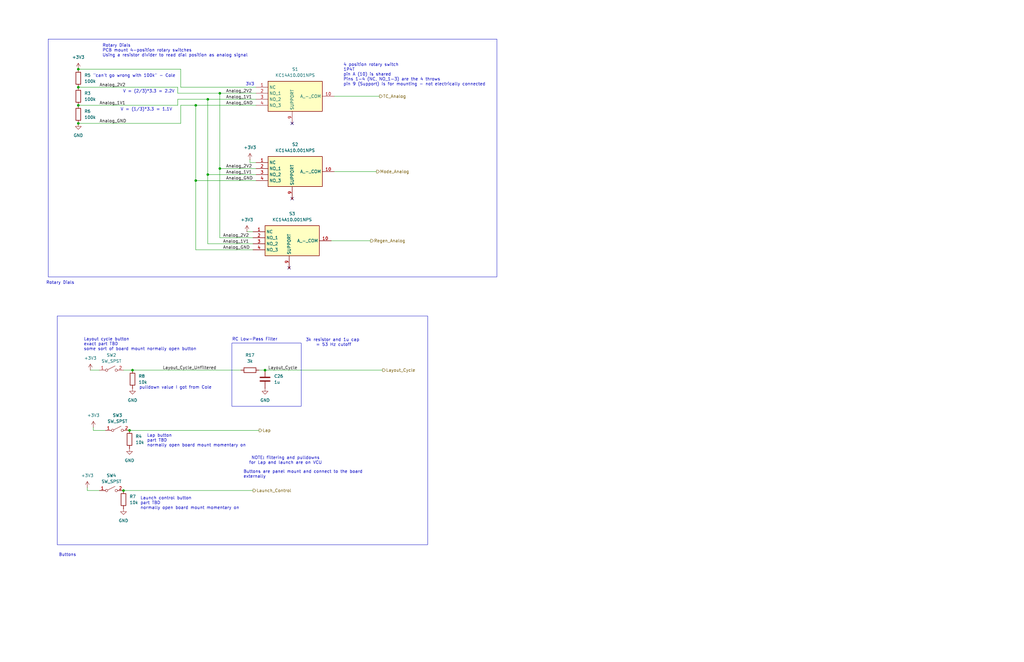
<source format=kicad_sch>
(kicad_sch (version 20250114) (generator "eeschema") (generator_version "9.0")
  (paper "B")
  (title_block (title "Steering Wheel Board") (date "2026-01-23") (rev "1.0") (company "Formula Slug") (comment 1 "Nova Mondal") (comment 2 "Jesse Osteen, Brian Acosta") (comment 6 "Switches/Buttons"))
  (lib_symbols
    (symbol "Device:C" (pin_numbers (hide yes)) (pin_names (offset 0.254))
      (property "Reference" "C" (at 0.635 2.54 0))
      (property "Value" "C" (at 0.635 -2.54 0))
      (symbol "C_0_1"
        (polyline (pts (xy -2.032 0.762) (xy 2.032 0.762)) (stroke (width 0.508)))
        (polyline (pts (xy -2.032 -0.762) (xy 2.032 -0.762)) (stroke (width 0.508)))
      )
      (symbol "C_1_1"
        (pin passive line (at 0 3.81 270) (length 2.794) (name "~") (number "1"))
        (pin passive line (at 0 -3.81 90) (length 2.794) (name "~") (number "2"))
      )
    )
    (symbol "Device:R" (pin_numbers (hide yes)) (pin_names (offset 0))
      (property "Reference" "R" (at 2.032 0 90))
      (property "Value" "R" (at 0 0 90))
      (symbol "R_0_1"
        (rectangle (start -1.016 -2.54) (end 1.016 2.54) (stroke (width 0.254)))
      )
      (symbol "R_1_1"
        (pin passive line (at 0 3.81 270) (length 1.27) (name "~") (number "1"))
        (pin passive line (at 0 -3.81 90) (length 1.27) (name "~") (number "2"))
      )
    )
    (symbol "FS_4_Global_Schematics_Library:KC14A10.001NPS"
      (property "Reference" "S" (at 2.032 5.842 0))
      (property "Value" "KC14A10.001NPS" (at 2.032 3.302 0))
      (symbol "KC14A10.001NPS_1_1"
        (rectangle (start 0 0) (end 22.86 -12.7) (stroke (width 0.254)) (fill (type background)))
        (pin passive line (at -5.08 -2.54 0) (length 5.08) (name "NC") (number "1"))
        (pin passive line (at -5.08 -5.08 0) (length 5.08) (name "NO_1") (number "2"))
        (pin passive line (at -5.08 -7.62 0) (length 5.08) (name "NO_2") (number "3"))
        (pin passive line (at -5.08 -10.16 0) (length 5.08) (name "NO_3") (number "4"))
        (pin no_connect line (at 10.16 -17.78 90) (length 5.08) (name "SUPPORT") (number "9"))
        (pin passive line (at 27.94 -6.35 180) (length 5.08) (name "A_-_COM") (number "10"))
      )
    )
    (symbol "Switch:SW_SPST" (pin_names (offset 0) (hide yes))
      (property "Reference" "SW" (at 0 3.175 0))
      (property "Value" "SW_SPST" (at 0 -2.54 0))
      (symbol "SW_SPST_0_0"
        (circle (center -2.032 0) (radius 0.508))
        (polyline (pts (xy -1.524 0.254) (xy 1.524 1.778)))
        (circle (center 2.032 0) (radius 0.508))
      )
      (symbol "SW_SPST_1_1"
        (pin passive line (at -5.08 0 0) (length 2.54) (name "A") (number "1"))
        (pin passive line (at 5.08 0 180) (length 2.54) (name "B") (number "2"))
      )
    )
    (symbol "power:+3V3" (power) (pin_numbers (hide yes)) (pin_names (offset 0) (hide yes))
      (property "Value" "+3V3" (at 0 3.556 0))
      (symbol "+3V3_0_1"
        (polyline (pts (xy -0.762 1.27) (xy 0 2.54)))
        (polyline (pts (xy 0 2.54) (xy 0.762 1.27)))
        (polyline (pts (xy 0 0) (xy 0 2.54)))
      )
      (symbol "+3V3_1_1"
        (pin power_in line (at 0 0 90) (length 0) (name "~") (number "1"))
      )
    )
    (symbol "power:GND" (power) (pin_numbers (hide yes)) (pin_names (offset 0) (hide yes))
      (property "Value" "GND" (at 0 -3.81 0))
      (symbol "GND_0_1"
        (polyline (pts (xy 0 0) (xy 0 -1.27) (xy 1.27 -1.27) (xy 0 -2.54) (xy -1.27 -1.27) (xy 0 -1.27)))
      )
      (symbol "GND_1_1"
        (pin power_in line (at 0 0 270) (length 0) (name "~") (number "1"))
      )
    )
  )
  (rectangle (start 97.79 144.78) (end 127 171.45))
  (rectangle (start 20.32 16.51) (end 209.55 116.84))
  (rectangle (start 24.13 133.35) (end 180.34 229.87))
  (text "Buttons are panel mount and connect to the board\nexternally" (at 102.616 200.152 0) (effects (font (size 1.27 1.27)) (justify left)))
  (text "V = (2/3)*3.3 = 2.2V" (at 62.738 38.608 0) (effects (font (size 1.27 1.27))))
  (text "Layout cycle button \nexact part TBD\nsome sort of board mount normally open button" (at 35.306 145.288 0) (effects (font (size 1.27 1.27)) (justify left)))
  (text "RC Low-Pass Filter\n" (at 107.442 143.256 0) (effects (font (size 1.27 1.27))))
  (text "NOTE: filtering and pulldowns\nfor Lap and launch are on VCU" (at 120.396 194.31 0) (effects (font (size 1.27 1.27))))
  (text "4 position rotary switch\n1P4T\npin A (10) is shared\nPins 1-4 (NC, NO_1-3) are the 4 throws\npin 9 (Support) is for mounting - not electrically connected\n" (at 144.78 31.496 0) (effects (font (size 1.27 1.27)) (justify left)))
  (text "Buttons\n" (at 28.448 234.188 0) (effects (font (size 1.27 1.27))))
  (text "3k resistor and 1u cap \n= 53 Hz cutoff" (at 140.716 144.526 0) (effects (font (size 1.27 1.27))))
  (text "Rotary Dials\nPCB mount 4-position rotary switches\nUsing a resistor divider to read dial position as analog signal" (at 43.18 21.336 0) (effects (font (size 1.27 1.27)) (justify left)))
  (text "Rotary Dials\n" (at 25.4 119.38 0) (effects (font (size 1.27 1.27))))
  (text "Lap button\npart TBD\nnormally open board mount momentary on" (at 61.976 185.928 0) (effects (font (size 1.27 1.27)) (justify left)))
  (text "Launch control button\npart TBD\nnormally open board mount momentary on" (at 59.182 212.344 0) (effects (font (size 1.27 1.27)) (justify left)))
  (text "V = (1/3)*3.3 = 1.1V" (at 61.722 46.228 0) (effects (font (size 1.27 1.27))))
  (text "\"can't go wrong with 100k\" - Cole" (at 56.642 32.004 0) (effects (font (size 1.27 1.27))))
  (text "3V3" (at 105.41 35.56 0) (effects (font (size 1.27 1.27))))
  (text "pulldown value I got from Cole\n" (at 58.674 163.576 0) (effects (font (size 1.27 1.27)) (justify left)))
  (junction (at 52.07 207.01))
  (junction (at 33.02 36.83))
  (junction (at 55.88 156.21))
  (junction (at 33.02 52.07))
  (junction (at 87.63 41.91))
  (junction (at 111.76 156.21))
  (junction (at 87.63 73.66))
  (junction (at 82.55 44.45))
  (junction (at 54.61 181.61))
  (junction (at 33.02 29.21))
  (junction (at 33.02 44.45))
  (junction (at 92.71 39.37))
  (junction (at 92.71 71.12))
  (junction (at 82.55 76.2))
  (no_connect (at 121.92 113.03))
  (no_connect (at 123.19 83.82))
  (no_connect (at 123.19 52.07))
  (wire (pts (xy 76.2 29.21) (xy 33.02 29.21)))
  (wire (pts (xy 92.71 71.12) (xy 107.95 71.12)))
  (wire (pts (xy 105.41 67.31) (xy 105.41 68.58)))
  (wire (pts (xy 36.83 205.74) (xy 36.83 207.01)))
  (wire (pts (xy 92.71 39.37) (xy 107.95 39.37)))
  (wire (pts (xy 39.37 181.61) (xy 44.45 181.61)))
  (wire (pts (xy 87.63 41.91) (xy 107.95 41.91)))
  (wire (pts (xy 82.55 105.41) (xy 106.68 105.41)))
  (wire (pts (xy 76.2 36.83) (xy 107.95 36.83)))
  (wire (pts (xy 92.71 71.12) (xy 92.71 39.37)))
  (wire (pts (xy 33.02 44.45) (xy 74.93 44.45)))
  (wire (pts (xy 87.63 73.66) (xy 107.95 73.66)))
  (wire (pts (xy 74.93 36.83) (xy 74.93 39.37)))
  (wire (pts (xy 38.1 156.21) (xy 41.91 156.21)))
  (wire (pts (xy 76.2 36.83) (xy 76.2 29.21)))
  (wire (pts (xy 33.02 52.07) (xy 76.2 52.07)))
  (wire (pts (xy 55.88 156.21) (xy 101.6 156.21)))
  (wire (pts (xy 106.68 97.79) (xy 104.14 97.79)))
  (wire (pts (xy 33.02 36.83) (xy 74.93 36.83)))
  (wire (pts (xy 82.55 76.2) (xy 107.95 76.2)))
  (wire (pts (xy 140.97 72.39) (xy 158.75 72.39)))
  (wire (pts (xy 74.93 39.37) (xy 92.71 39.37)))
  (wire (pts (xy 92.71 100.33) (xy 106.68 100.33)))
  (wire (pts (xy 76.2 52.07) (xy 76.2 44.45)))
  (wire (pts (xy 92.71 100.33) (xy 92.71 71.12)))
  (wire (pts (xy 54.61 181.61) (xy 109.22 181.61)))
  (wire (pts (xy 36.83 207.01) (xy 41.91 207.01)))
  (wire (pts (xy 82.55 44.45) (xy 107.95 44.45)))
  (wire (pts (xy 87.63 102.87) (xy 87.63 73.66)))
  (wire (pts (xy 87.63 73.66) (xy 87.63 41.91)))
  (wire (pts (xy 139.7 101.6) (xy 156.21 101.6)))
  (wire (pts (xy 74.93 44.45) (xy 74.93 41.91)))
  (wire (pts (xy 39.37 180.34) (xy 39.37 181.61)))
  (wire (pts (xy 52.07 156.21) (xy 55.88 156.21)))
  (wire (pts (xy 87.63 102.87) (xy 106.68 102.87)))
  (wire (pts (xy 140.97 40.64) (xy 160.02 40.64)))
  (wire (pts (xy 109.22 156.21) (xy 111.76 156.21)))
  (wire (pts (xy 82.55 76.2) (xy 82.55 44.45)))
  (wire (pts (xy 107.95 68.58) (xy 105.41 68.58)))
  (wire (pts (xy 82.55 105.41) (xy 82.55 76.2)))
  (wire (pts (xy 111.76 156.21) (xy 161.29 156.21)))
  (wire (pts (xy 74.93 41.91) (xy 87.63 41.91)))
  (wire (pts (xy 76.2 44.45) (xy 82.55 44.45)))
  (wire (pts (xy 52.07 207.01) (xy 106.68 207.01)))
  (label "Layout_Cycle_Unfiltered" (at 68.58 156.21 0))
  (label "Layout_Cycle" (at 113.03 156.21 0))
  (label "Analog_2V2" (at 95.25 39.37 0))
  (label "Analog_1V1" (at 93.98 102.87 0))
  (label "Analog_2V2" (at 95.25 71.12 0))
  (label "Analog_GND" (at 95.25 44.45 0))
  (label "Analog_GND" (at 93.98 105.41 0))
  (label "Analog_GND" (at 95.25 76.2 0))
  (label "Analog_1V1" (at 95.25 73.66 0))
  (label "Analog_GND" (at 41.91 52.07 0))
  (label "Analog_1V1" (at 41.91 44.45 0))
  (label "Analog_2V2" (at 93.98 100.33 0))
  (label "Analog_1V1" (at 95.25 41.91 0))
  (label "Analog_2V2" (at 41.91 36.83 0))
  (hierarchical_label "Lap" (shape output) (at 109.22 181.61 0))
  (hierarchical_label "Regen_Analog" (shape output) (at 156.21 101.6 0))
  (hierarchical_label "Launch_Control" (shape output) (at 106.68 207.01 0))
  (hierarchical_label "Mode_Analog" (shape output) (at 158.75 72.39 0))
  (hierarchical_label "TC_Analog" (shape output) (at 160.02 40.64 0))
  (hierarchical_label "Layout_Cycle" (shape output) (at 161.29 156.21 0))
  (symbol (lib_id "Switch:SW_SPST") (at 46.99 156.21 0) (unit 1)
    (property "Reference" "SW2" (at 46.99 149.86 0))
    (property "Value" "SW_SPST" (at 46.99 152.4 0))
    (property "Description" "Single Pole Single Throw (SPST) switch" (effects (hide yes)))
  )
  (symbol (lib_id "Device:R") (at 52.07 210.82 0) (unit 1)
    (property "Reference" "R7" (at 54.61 209.5499 0) (effects (justify left)))
    (property "Value" "10k" (at 54.61 212.0899 0) (effects (justify left)))
    (property "Footprint" "Resistor_SMD:R_0603_1608Metric" (effects (hide yes)))
    (property "Datasheet" "https://www.yageogroup.com/content/datasheet/asset/file/PYU-RC_GROUP_51_ROHS_L" (effects (hide yes)))
    (property "Description" "Resistor" (effects (hide yes)))
    (property "Digi PN" "311-10.0KHRCT-ND" (effects (hide yes)))
    (property "Name" "Resistor" (effects (hide yes)))
    (property "Digi URL" "https://www.digikey.com/en/products/detail/yageo/RC0603FR-0710KL/726880" (effects (hide yes)))
    (property "MFG PN" "RC0603FR-0710KL" (effects (hide yes)))
    (property "MFG" "YAGEO" (effects (hide yes)))
  )
  (symbol (lib_id "power:+3V3") (at 39.37 180.34 0) (unit 1)
    (property "Reference" "#PWR034" (effects (hide yes)))
    (property "Value" "+3V3" (at 39.37 175.26 0))
    (property "Description" "Power symbol creates a global label with name \"+3V3\"" (effects (hide yes)))
  )
  (symbol (lib_id "power:+3V3") (at 104.14 97.79 0) (unit 1)
    (property "Reference" "#PWR036" (effects (hide yes)))
    (property "Value" "+3V3" (at 104.14 92.71 0))
    (property "Description" "Power symbol creates a global label with name \"+3V3\"" (effects (hide yes)))
  )
  (symbol (lib_id "Device:R") (at 33.02 33.02 0) (unit 1)
    (property "Reference" "R5" (at 35.56 31.7499 0) (effects (justify left)))
    (property "Value" "100k" (at 35.56 34.2899 0) (effects (justify left)))
    (property "Footprint" "Resistor_SMD:R_0603_1608Metric" (effects (hide yes)))
    (property "Datasheet" "https://www.seielect.com/catalog/SEI-RMCF_RMCP.pdf" (effects (hide yes)))
    (property "Description" "Resistor" (effects (hide yes)))
    (property "Digi PN" "RMCF0603FT100KCT-ND" (effects (hide yes)))
    (property "Name" "Resistor" (effects (hide yes)))
    (property "Digi URL" "https://www.digikey.com/en/products/detail/stackpole-electronics-inc/RMCF0603FT100K/1761112" (effects (hide yes)))
    (property "MFG PN" "RMCF0603FT100K" (effects (hide yes)))
    (property "MFG" "Stackpole Electronics Inc" (effects (hide yes)))
  )
  (symbol (lib_id "power:GND") (at 54.61 189.23 0) (unit 1)
    (property "Reference" "#PWR035" (effects (hide yes)))
    (property "Value" "GND" (at 54.61 194.31 0))
    (property "Description" "Power symbol creates a global label with name \"GND\" , ground" (effects (hide yes)))
  )
  (symbol (lib_id "power:GND") (at 52.07 214.63 0) (unit 1)
    (property "Reference" "#PWR040" (effects (hide yes)))
    (property "Value" "GND" (at 52.07 219.71 0))
    (property "Description" "Power symbol creates a global label with name \"GND\" , ground" (effects (hide yes)))
  )
  (symbol (lib_id "Device:C") (at 111.76 160.02 0) (unit 1)
    (property "Reference" "C26" (at 115.57 158.7499 0) (effects (justify left)))
    (property "Value" "1u" (at 115.57 161.2899 0) (effects (justify left)))
    (property "Footprint" "Capacitor_SMD:C_0603_1608Metric" (effects (hide yes)))
    (property "Datasheet" "https://mm.digikey.com/Volume0/opasdata/d220001/medias/docus/3584/CL10B105KP8NNNC_Spec.pdf" (effects (hide yes)))
    (property "Description" "Unpolarized capacitor" (effects (hide yes)))
    (property "Digi PN" "1276-1946-1-ND" (effects (hide yes)))
    (property "Name" "CL10B105KP8NNNC" (effects (hide yes)))
    (property "Digi URL" "https://www.digikey.com/en/products/detail/samsung-electro-mechanics/CL10B105KP8NNNC/3887604" (effects (hide yes)))
    (property "MFG PN" "CL10B105KP8NNNC" (effects (hide yes)))
    (property "MFG" "Samsung Electro-Mechanics" (effects (hide yes)))
  )
  (symbol (lib_id "power:+3V3") (at 33.02 29.21 0) (unit 1)
    (property "Reference" "#PWR031" (effects (hide yes)))
    (property "Value" "+3V3" (at 33.02 24.13 0))
    (property "Description" "Power symbol creates a global label with name \"+3V3\"" (effects (hide yes)))
  )
  (symbol (lib_id "Switch:SW_SPST") (at 49.53 181.61 0) (unit 1) (in_bom no) (on_board no)
    (property "Reference" "SW3" (at 49.53 175.26 0))
    (property "Value" "SW_SPST" (at 49.53 177.8 0))
    (property "Description" "Single Pole Single Throw (SPST) switch" (effects (hide yes)))
  )
  (symbol (lib_id "FS_4_Global_Schematics_Library:KC14A10.001NPS") (at 113.03 66.04 0) (unit 1)
    (property "Reference" "S2" (at 124.46 60.96 0))
    (property "Value" "KC14A10.001NPS" (at 124.46 63.5 0))
    (property "Footprint" "FS_4_Footprint_Library:KC14A10001NPS" (effects (hide yes)))
    (property "Datasheet" "https://configured-product-images.s3.amazonaws.com/2D/specs/KC14A10.001NPS.pdf" (effects (hide yes)))
    (property "Description" "ROTARY, 350mA, 125VAC , Panel Mount, Through Hole" (effects (hide yes)))
    (property "MFG" "E-Switch" (effects (hide yes)))
    (property "Digi PN" "KC14A10.001NPS-ND" (effects (hide yes)))
    (property "Name" "Rotary Switch" (effects (hide yes)))
    (property "Digi URL" "https://www.digikey.com/en/products/detail/e-switch/KC14A10-001NPS/1804511" (effects (hide yes)))
    (property "MFG PN" "KC14A10.001NPS" (effects (hide yes)))
  )
  (symbol (lib_id "power:+3V3") (at 105.41 67.31 0) (unit 1)
    (property "Reference" "#PWR033" (effects (hide yes)))
    (property "Value" "+3V3" (at 105.41 62.23 0))
    (property "Description" "Power symbol creates a global label with name \"+3V3\"" (effects (hide yes)))
  )
  (symbol (lib_id "power:GND") (at 55.88 163.83 0) (unit 1)
    (property "Reference" "#PWR038" (effects (hide yes)))
    (property "Value" "GND" (at 55.88 168.91 0))
    (property "Description" "Power symbol creates a global label with name \"GND\" , ground" (effects (hide yes)))
  )
  (symbol (lib_id "Device:R") (at 105.41 156.21 90) (unit 1)
    (property "Reference" "R17" (at 105.41 149.86 90))
    (property "Value" "3k" (at 105.41 152.4 90))
    (property "Footprint" "Resistor_SMD:R_0603_1608Metric" (effects (hide yes)))
    (property "Datasheet" "https://www.seielect.com/catalog/SEI-RMCF_RMCP.pdf" (effects (hide yes)))
    (property "Description" "Resistor" (effects (hide yes)))
    (property "Digi PN" "RMCF0603FT3K00CT-ND" (effects (hide yes)))
    (property "Name" "RMCF0603FT3K00CT-ND" (effects (hide yes)))
    (property "Digi URL" "https://www.digikey.com/en/products/detail/stackpole-electronics-inc/RMCF0603FT3K00/1713988" (effects (hide yes)))
    (property "MFG PN" "RMCF0603FT3K00" (effects (hide yes)))
    (property "MFG" "Stackpole Electronics Inc" (effects (hide yes)))
  )
  (symbol (lib_id "FS_4_Global_Schematics_Library:KC14A10.001NPS") (at 111.76 95.25 0) (unit 1)
    (property "Reference" "S3" (at 123.19 90.17 0))
    (property "Value" "KC14A10.001NPS" (at 123.19 92.71 0))
    (property "Footprint" "FS_4_Footprint_Library:KC14A10001NPS" (effects (hide yes)))
    (property "Datasheet" "https://configured-product-images.s3.amazonaws.com/2D/specs/KC14A10.001NPS.pdf" (effects (hide yes)))
    (property "Description" "ROTARY, 350mA, 125VAC , Panel Mount, Through Hole" (effects (hide yes)))
    (property "MFG" "E-Switch" (effects (hide yes)))
    (property "Digi PN" "KC14A10.001NPS-ND" (effects (hide yes)))
    (property "Name" "Rotary Switch" (effects (hide yes)))
    (property "Digi URL" "https://www.digikey.com/en/products/detail/e-switch/KC14A10-001NPS/1804511" (effects (hide yes)))
    (property "MFG PN" "KC14A10.001NPS" (effects (hide yes)))
  )
  (symbol (lib_id "power:GND") (at 33.02 52.07 0) (unit 1)
    (property "Reference" "#PWR032" (effects (hide yes)))
    (property "Value" "GND" (at 33.02 57.15 0))
    (property "Description" "Power symbol creates a global label with name \"GND\" , ground" (effects (hide yes)))
  )
  (symbol (lib_id "Switch:SW_SPST") (at 46.99 207.01 0) (unit 1) (in_bom no) (on_board no)
    (property "Reference" "SW4" (at 46.99 200.66 0))
    (property "Value" "SW_SPST" (at 46.99 203.2 0))
    (property "Description" "Single Pole Single Throw (SPST) switch" (effects (hide yes)))
  )
  (symbol (lib_id "power:GND") (at 111.76 163.83 0) (unit 1)
    (property "Reference" "#PWR050" (effects (hide yes)))
    (property "Value" "GND" (at 111.76 168.91 0))
    (property "Description" "Power symbol creates a global label with name \"GND\" , ground" (effects (hide yes)))
  )
  (symbol (lib_id "power:+3V3") (at 38.1 156.21 0) (unit 1)
    (property "Reference" "#PWR037" (effects (hide yes)))
    (property "Value" "+3V3" (at 38.1 151.13 0))
    (property "Description" "Power symbol creates a global label with name \"+3V3\"" (effects (hide yes)))
  )
  (symbol (lib_id "FS_4_Global_Schematics_Library:KC14A10.001NPS") (at 113.03 34.29 0) (unit 1)
    (property "Reference" "S1" (at 124.46 29.21 0))
    (property "Value" "KC14A10.001NPS" (at 124.46 31.75 0))
    (property "Footprint" "FS_4_Footprint_Library:KC14A10001NPS" (effects (hide yes)))
    (property "Datasheet" "https://configured-product-images.s3.amazonaws.com/2D/specs/KC14A10.001NPS.pdf" (effects (hide yes)))
    (property "Description" "ROTARY, 350mA, 125VAC , Panel Mount, Through Hole" (effects (hide yes)))
    (property "MFG" "E-Switch" (effects (hide yes)))
    (property "Digi PN" "KC14A10.001NPS-ND" (effects (hide yes)))
    (property "Name" "Rotary Switch" (effects (hide yes)))
    (property "Digi URL" "https://www.digikey.com/en/products/detail/e-switch/KC14A10-001NPS/1804511" (effects (hide yes)))
    (property "MFG PN" "KC14A10.001NPS" (effects (hide yes)))
  )
  (symbol (lib_id "Device:R") (at 33.02 40.64 0) (unit 1)
    (property "Reference" "R3" (at 35.56 39.3699 0) (effects (justify left)))
    (property "Value" "100k" (at 35.56 41.9099 0) (effects (justify left)))
    (property "Footprint" "Resistor_SMD:R_0603_1608Metric" (effects (hide yes)))
    (property "Datasheet" "https://www.seielect.com/catalog/SEI-RMCF_RMCP.pdf" (effects (hide yes)))
    (property "Description" "Resistor" (effects (hide yes)))
    (property "Digi PN" "RMCF0603FT100KCT-ND" (effects (hide yes)))
    (property "Name" "Resistor" (effects (hide yes)))
    (property "Digi URL" "https://www.digikey.com/en/products/detail/stackpole-electronics-inc/RMCF0603FT100K/1761112" (effects (hide yes)))
    (property "MFG PN" "RMCF0603FT100K" (effects (hide yes)))
    (property "MFG" "Stackpole Electronics Inc" (effects (hide yes)))
  )
  (symbol (lib_id "power:+3V3") (at 36.83 205.74 0) (unit 1)
    (property "Reference" "#PWR039" (effects (hide yes)))
    (property "Value" "+3V3" (at 36.83 200.66 0))
    (property "Description" "Power symbol creates a global label with name \"+3V3\"" (effects (hide yes)))
  )
  (symbol (lib_id "Device:R") (at 54.61 185.42 0) (unit 1)
    (property "Reference" "R4" (at 57.15 184.1499 0) (effects (justify left)))
    (property "Value" "10k" (at 57.15 186.6899 0) (effects (justify left)))
    (property "Footprint" "Resistor_SMD:R_0603_1608Metric" (effects (hide yes)))
    (property "Datasheet" "https://www.yageogroup.com/content/datasheet/asset/file/PYU-RC_GROUP_51_ROHS_L" (effects (hide yes)))
    (property "Description" "Resistor" (effects (hide yes)))
    (property "Digi PN" "311-10.0KHRCT-ND" (effects (hide yes)))
    (property "Name" "Resistor" (effects (hide yes)))
    (property "Digi URL" "https://www.digikey.com/en/products/detail/yageo/RC0603FR-0710KL/726880" (effects (hide yes)))
    (property "MFG PN" "RC0603FR-0710KL" (effects (hide yes)))
    (property "MFG" "YAGEO" (effects (hide yes)))
  )
  (symbol (lib_id "Device:R") (at 55.88 160.02 0) (unit 1)
    (property "Reference" "R8" (at 58.42 158.7499 0) (effects (justify left)))
    (property "Value" "10k" (at 58.42 161.2899 0) (effects (justify left)))
    (property "Footprint" "Resistor_SMD:R_0603_1608Metric" (effects (hide yes)))
    (property "Datasheet" "https://www.yageogroup.com/content/datasheet/asset/file/PYU-RC_GROUP_51_ROHS_L" (effects (hide yes)))
    (property "Description" "Resistor" (effects (hide yes)))
    (property "Digi PN" "311-10.0KHRCT-ND" (effects (hide yes)))
    (property "Name" "Resistor" (effects (hide yes)))
    (property "Digi URL" "https://www.digikey.com/en/products/detail/yageo/RC0603FR-0710KL/726880" (effects (hide yes)))
    (property "MFG PN" "RC0603FR-0710KL" (effects (hide yes)))
    (property "MFG" "YAGEO" (effects (hide yes)))
  )
  (symbol (lib_id "Device:R") (at 33.02 48.26 0) (unit 1)
    (property "Reference" "R6" (at 35.56 46.9899 0) (effects (justify left)))
    (property "Value" "100k" (at 35.56 49.5299 0) (effects (justify left)))
    (property "Footprint" "Resistor_SMD:R_0603_1608Metric" (effects (hide yes)))
    (property "Datasheet" "https://www.seielect.com/catalog/SEI-RMCF_RMCP.pdf" (effects (hide yes)))
    (property "Description" "Resistor" (effects (hide yes)))
    (property "Digi PN" "RMCF0603FT100KCT-ND" (effects (hide yes)))
    (property "Name" "Resistor" (effects (hide yes)))
    (property "Digi URL" "https://www.digikey.com/en/products/detail/stackpole-electronics-inc/RMCF0603FT100K/1761112" (effects (hide yes)))
    (property "MFG PN" "RMCF0603FT100K" (effects (hide yes)))
    (property "MFG" "Stackpole Electronics Inc" (effects (hide yes)))
  )
)
</source>
